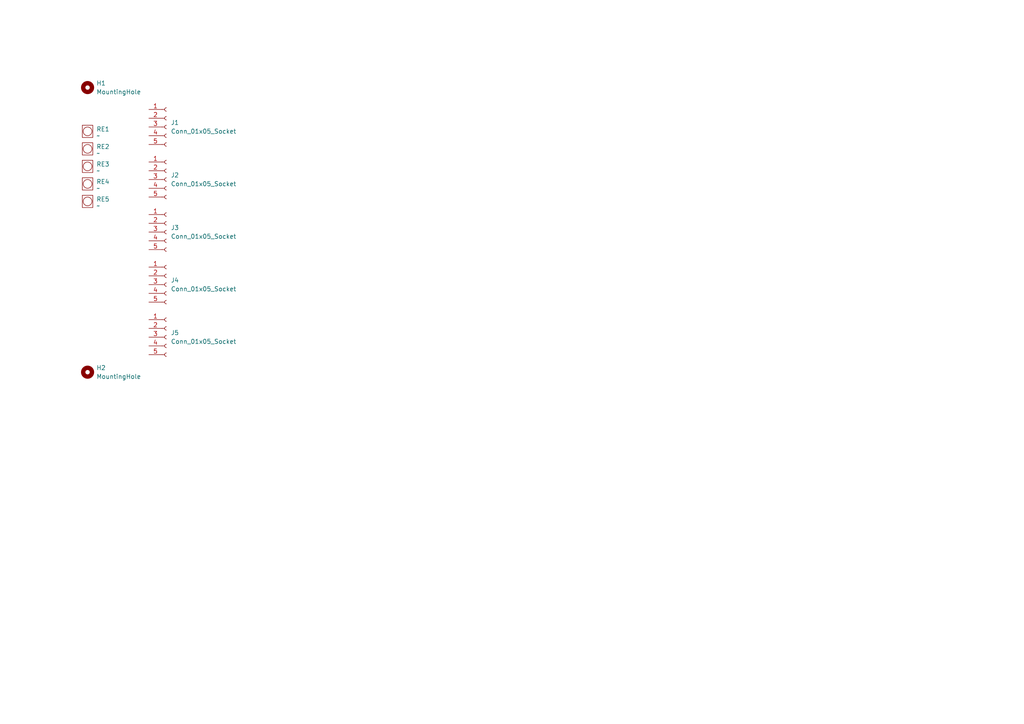
<source format=kicad_sch>
(kicad_sch (version 20231120) (generator "eeschema") (generator_version "8.0")
  (paper "A4")
  (lib_symbols
    (symbol "Connector:Conn_01x05_Socket" (pin_names (offset 1.016) hide)
      (property "Reference" "J" (at 0 7.62 0))
      (property "Value" "Conn_01x05_Socket" (at 0 -7.62 0))
      (symbol "Conn_01x05_Socket_1_1"
        (arc (start 0 -4.572) (mid -0.5058 -5.08) (end 0 -5.588) (stroke (width 0.1524)))
        (arc (start 0 -2.032) (mid -0.5058 -2.54) (end 0 -3.048) (stroke (width 0.1524)))
        (polyline (pts (xy -1.27 -5.08) (xy -0.508 -5.08)) (stroke (width 0.1524)))
        (polyline (pts (xy -1.27 -2.54) (xy -0.508 -2.54)) (stroke (width 0.1524)))
        (polyline (pts (xy -1.27 0) (xy -0.508 0)) (stroke (width 0.1524)))
        (polyline (pts (xy -1.27 2.54) (xy -0.508 2.54)) (stroke (width 0.1524)))
        (polyline (pts (xy -1.27 5.08) (xy -0.508 5.08)) (stroke (width 0.1524)))
        (arc (start 0 0.508) (mid -0.5058 0) (end 0 -0.508) (stroke (width 0.1524)))
        (arc (start 0 3.048) (mid -0.5058 2.54) (end 0 2.032) (stroke (width 0.1524)))
        (arc (start 0 5.588) (mid -0.5058 5.08) (end 0 4.572) (stroke (width 0.1524)))
        (pin passive line (at -5.08 5.08 0) (length 3.81) (name "Pin_1") (number "1"))
        (pin passive line (at -5.08 2.54 0) (length 3.81) (name "Pin_2") (number "2"))
        (pin passive line (at -5.08 0 0) (length 3.81) (name "Pin_3") (number "3"))
        (pin passive line (at -5.08 -2.54 0) (length 3.81) (name "Pin_4") (number "4"))
        (pin passive line (at -5.08 -5.08 0) (length 3.81) (name "Pin_5") (number "5"))
      )
    )
    (symbol "EXC:Rotary_Encoder_Mount_M7"
      (property "Reference" "RE" (at 0 2.794 0))
      (symbol "Rotary_Encoder_Mount_M7_0_1"
        (rectangle (start -1.524 1.778) (end 1.524 -1.778))
        (circle (center 0 0) (radius 1.27))
      )
    )
    (symbol "Mechanical:MountingHole" (pin_names (offset 1.016)) (exclude_from_sim yes) (in_bom no)
      (property "Reference" "H" (at 0 5.08 0))
      (property "Value" "MountingHole" (at 0 3.175 0))
      (symbol "MountingHole_0_1"
        (circle (center 0 0) (radius 1.27) (stroke (width 1.27)))
      )
    )
  )
  (symbol (lib_id "EXC:Rotary_Encoder_Mount_M7") (at 25.4 58.42 0) (unit 1)
    (property "Reference" "RE5" (at 27.94 57.7849 0) (effects (justify left)))
    (property "Value" "~" (at 27.94 59.69 0) (effects (justify left)))
    (property "Footprint" "EXC:Rotary_Encoder_Mount_M7" (effects (hide yes)))
  )
  (symbol (lib_id "Connector:Conn_01x05_Socket") (at 48.26 67.31 0) (unit 1)
    (property "Reference" "J3" (at 49.53 66.0399 0) (effects (justify left)))
    (property "Value" "Conn_01x05_Socket" (at 49.53 68.5799 0) (effects (justify left)))
    (property "Footprint" "Connector_PinSocket_2.54mm:PinSocket_1x05_P2.54mm_Vertical" (effects (hide yes)))
    (property "Description" "Generic connector, single row, 01x05, script generated" (effects (hide yes)))
  )
  (symbol (lib_id "EXC:Rotary_Encoder_Mount_M7") (at 25.4 43.18 0) (unit 1)
    (property "Reference" "RE2" (at 27.94 42.5449 0) (effects (justify left)))
    (property "Value" "~" (at 27.94 44.45 0) (effects (justify left)))
    (property "Footprint" "EXC:Rotary_Encoder_Mount_M7" (effects (hide yes)))
  )
  (symbol (lib_id "Connector:Conn_01x05_Socket") (at 48.26 82.55 0) (unit 1)
    (property "Reference" "J4" (at 49.53 81.2799 0) (effects (justify left)))
    (property "Value" "Conn_01x05_Socket" (at 49.53 83.8199 0) (effects (justify left)))
    (property "Footprint" "Connector_PinSocket_2.54mm:PinSocket_1x05_P2.54mm_Vertical" (effects (hide yes)))
    (property "Description" "Generic connector, single row, 01x05, script generated" (effects (hide yes)))
  )
  (symbol (lib_id "EXC:Rotary_Encoder_Mount_M7") (at 25.4 48.26 0) (unit 1)
    (property "Reference" "RE3" (at 27.94 47.6249 0) (effects (justify left)))
    (property "Value" "~" (at 27.94 49.53 0) (effects (justify left)))
    (property "Footprint" "EXC:Rotary_Encoder_Mount_M7" (effects (hide yes)))
  )
  (symbol (lib_id "EXC:Rotary_Encoder_Mount_M7") (at 25.4 38.1 0) (unit 1)
    (property "Reference" "RE1" (at 27.94 37.4649 0) (effects (justify left)))
    (property "Value" "~" (at 27.94 39.37 0) (effects (justify left)))
    (property "Footprint" "EXC:Rotary_Encoder_Mount_M7" (effects (hide yes)))
  )
  (symbol (lib_id "Connector:Conn_01x05_Socket") (at 48.26 52.07 0) (unit 1)
    (property "Reference" "J2" (at 49.53 50.7999 0) (effects (justify left)))
    (property "Value" "Conn_01x05_Socket" (at 49.53 53.3399 0) (effects (justify left)))
    (property "Footprint" "Connector_PinSocket_2.54mm:PinSocket_1x05_P2.54mm_Vertical" (effects (hide yes)))
    (property "Description" "Generic connector, single row, 01x05, script generated" (effects (hide yes)))
  )
  (symbol (lib_id "EXC:Rotary_Encoder_Mount_M7") (at 25.4 53.34 0) (unit 1)
    (property "Reference" "RE4" (at 27.94 52.7049 0) (effects (justify left)))
    (property "Value" "~" (at 27.94 54.61 0) (effects (justify left)))
    (property "Footprint" "EXC:Rotary_Encoder_Mount_M7" (effects (hide yes)))
  )
  (symbol (lib_id "Connector:Conn_01x05_Socket") (at 48.26 97.79 0) (unit 1)
    (property "Reference" "J5" (at 49.53 96.5199 0) (effects (justify left)))
    (property "Value" "Conn_01x05_Socket" (at 49.53 99.0599 0) (effects (justify left)))
    (property "Footprint" "Connector_PinSocket_2.54mm:PinSocket_1x05_P2.54mm_Vertical" (effects (hide yes)))
    (property "Description" "Generic connector, single row, 01x05, script generated" (effects (hide yes)))
  )
  (symbol (lib_id "Mechanical:MountingHole") (at 25.4 25.4 0) (unit 1) (exclude_from_sim yes) (in_bom no)
    (property "Reference" "H1" (at 27.94 24.1299 0) (effects (justify left)))
    (property "Value" "MountingHole" (at 27.94 26.6699 0) (effects (justify left)))
    (property "Footprint" "MountingHole:MountingHole_3.2mm_M3" (effects (hide yes)))
    (property "Description" "Mounting Hole without connection" (effects (hide yes)))
  )
  (symbol (lib_id "Mechanical:MountingHole") (at 25.4 107.95 0) (unit 1) (exclude_from_sim yes) (in_bom no)
    (property "Reference" "H2" (at 27.94 106.6799 0) (effects (justify left)))
    (property "Value" "MountingHole" (at 27.94 109.2199 0) (effects (justify left)))
    (property "Footprint" "MountingHole:MountingHole_3.2mm_M3" (effects (hide yes)))
    (property "Description" "Mounting Hole without connection" (effects (hide yes)))
  )
  (symbol (lib_id "Connector:Conn_01x05_Socket") (at 48.26 36.83 0) (unit 1)
    (property "Reference" "J1" (at 49.53 35.5599 0) (effects (justify left)))
    (property "Value" "Conn_01x05_Socket" (at 49.53 38.0999 0) (effects (justify left)))
    (property "Footprint" "Connector_PinSocket_2.54mm:PinSocket_1x05_P2.54mm_Vertical" (effects (hide yes)))
    (property "Description" "Generic connector, single row, 01x05, script generated" (effects (hide yes)))
  )
)
</source>
